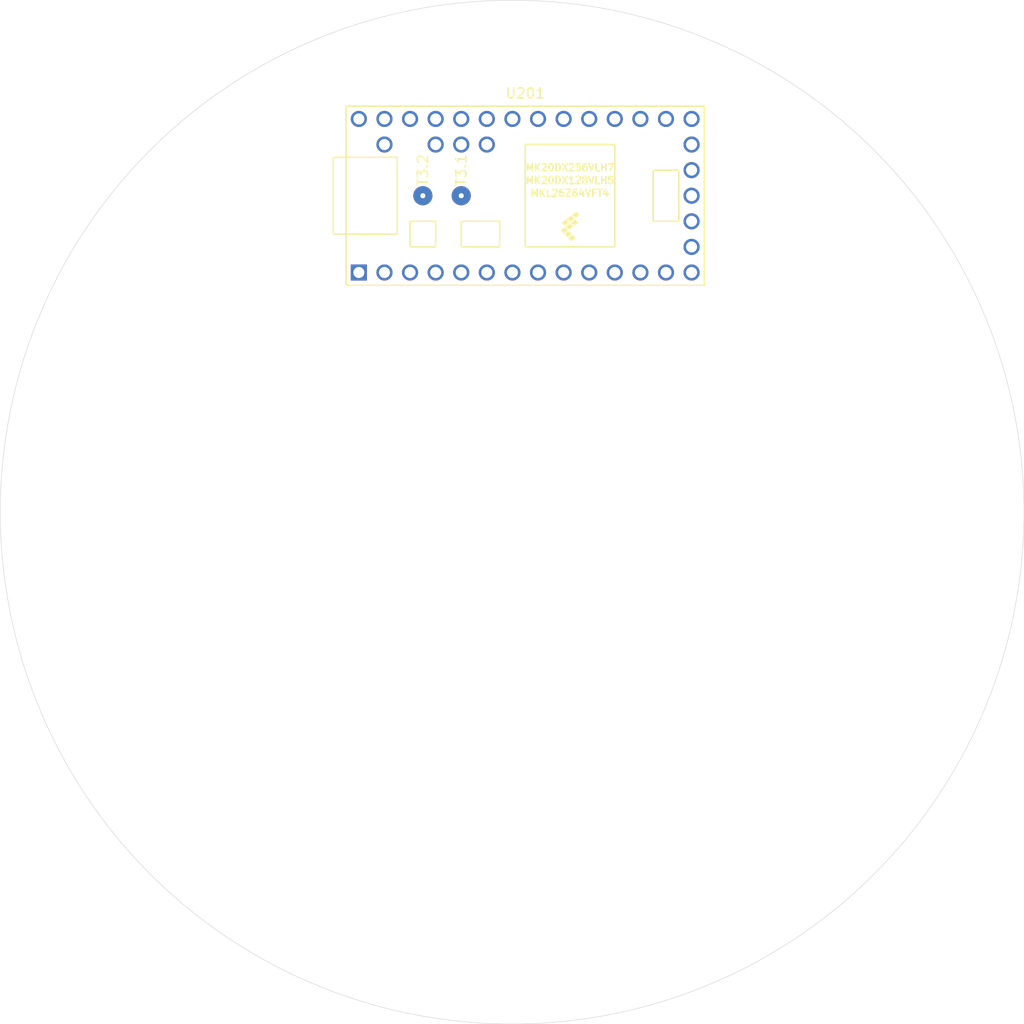
<source format=kicad_pcb>
(kicad_pcb (version 20171130) (host pcbnew "(5.1.9)-1")

  (general
    (thickness 1.6)
    (drawings 1)
    (tracks 0)
    (zones 0)
    (modules 1)
    (nets 37)
  )

  (page A4)
  (layers
    (0 F.Cu signal)
    (31 B.Cu signal)
    (32 B.Adhes user)
    (33 F.Adhes user)
    (34 B.Paste user)
    (35 F.Paste user)
    (36 B.SilkS user)
    (37 F.SilkS user)
    (38 B.Mask user)
    (39 F.Mask user)
    (40 Dwgs.User user)
    (41 Cmts.User user)
    (42 Eco1.User user)
    (43 Eco2.User user)
    (44 Edge.Cuts user)
    (45 Margin user)
    (46 B.CrtYd user)
    (47 F.CrtYd user)
    (48 B.Fab user)
    (49 F.Fab user)
  )

  (setup
    (last_trace_width 0.25)
    (trace_clearance 0.2)
    (zone_clearance 0.508)
    (zone_45_only no)
    (trace_min 0.2)
    (via_size 0.8)
    (via_drill 0.4)
    (via_min_size 0.4)
    (via_min_drill 0.3)
    (uvia_size 0.3)
    (uvia_drill 0.1)
    (uvias_allowed no)
    (uvia_min_size 0.2)
    (uvia_min_drill 0.1)
    (edge_width 0.05)
    (segment_width 0.2)
    (pcb_text_width 0.3)
    (pcb_text_size 1.5 1.5)
    (mod_edge_width 0.12)
    (mod_text_size 1 1)
    (mod_text_width 0.15)
    (pad_size 1.524 1.524)
    (pad_drill 0.762)
    (pad_to_mask_clearance 0)
    (aux_axis_origin 0 0)
    (visible_elements FFFFFF7F)
    (pcbplotparams
      (layerselection 0x010fc_ffffffff)
      (usegerberextensions false)
      (usegerberattributes true)
      (usegerberadvancedattributes true)
      (creategerberjobfile true)
      (excludeedgelayer true)
      (linewidth 0.100000)
      (plotframeref false)
      (viasonmask false)
      (mode 1)
      (useauxorigin false)
      (hpglpennumber 1)
      (hpglpenspeed 20)
      (hpglpendiameter 15.000000)
      (psnegative false)
      (psa4output false)
      (plotreference true)
      (plotvalue true)
      (plotinvisibletext false)
      (padsonsilk false)
      (subtractmaskfromsilk false)
      (outputformat 1)
      (mirror false)
      (drillshape 1)
      (scaleselection 1)
      (outputdirectory ""))
  )

  (net 0 "")
  (net 1 "Net-(U201-Pad52)")
  (net 2 GND)
  (net 3 "Net-(U201-Pad2)")
  (net 4 "Net-(U201-Pad3)")
  (net 5 "Net-(U201-Pad4)")
  (net 6 "Net-(U201-Pad5)")
  (net 7 "Net-(U201-Pad6)")
  (net 8 "Net-(U201-Pad7)")
  (net 9 "Net-(U201-Pad8)")
  (net 10 "Net-(U201-Pad9)")
  (net 11 "Net-(U201-Pad10)")
  (net 12 "Net-(U201-Pad11)")
  (net 13 "Net-(U201-Pad12)")
  (net 14 "Net-(U201-Pad13)")
  (net 15 "Net-(U201-Pad37)")
  (net 16 "Net-(U201-Pad36)")
  (net 17 "Net-(U201-Pad35)")
  (net 18 "Net-(U201-Pad34)")
  (net 19 "Net-(U201-Pad33)")
  (net 20 "Net-(U201-Pad31)")
  (net 21 "Net-(U201-Pad30)")
  (net 22 "Net-(U201-Pad29)")
  (net 23 "Net-(U201-Pad28)")
  (net 24 "Net-(U201-Pad27)")
  (net 25 "Net-(U201-Pad26)")
  (net 26 "Net-(U201-Pad25)")
  (net 27 "Net-(U201-Pad24)")
  (net 28 "Net-(U201-Pad23)")
  (net 29 "Net-(U201-Pad22)")
  (net 30 "Net-(U201-Pad21)")
  (net 31 "Net-(U201-Pad14)")
  (net 32 "Net-(U201-Pad15)")
  (net 33 "Net-(U201-Pad16)")
  (net 34 "Net-(U201-Pad20)")
  (net 35 "Net-(U201-Pad19)")
  (net 36 "Net-(U201-Pad18)")

  (net_class Default "This is the default net class."
    (clearance 0.2)
    (trace_width 0.25)
    (via_dia 0.8)
    (via_drill 0.4)
    (uvia_dia 0.3)
    (uvia_drill 0.1)
    (add_net GND)
    (add_net "Net-(U201-Pad10)")
    (add_net "Net-(U201-Pad11)")
    (add_net "Net-(U201-Pad12)")
    (add_net "Net-(U201-Pad13)")
    (add_net "Net-(U201-Pad14)")
    (add_net "Net-(U201-Pad15)")
    (add_net "Net-(U201-Pad16)")
    (add_net "Net-(U201-Pad18)")
    (add_net "Net-(U201-Pad19)")
    (add_net "Net-(U201-Pad2)")
    (add_net "Net-(U201-Pad20)")
    (add_net "Net-(U201-Pad21)")
    (add_net "Net-(U201-Pad22)")
    (add_net "Net-(U201-Pad23)")
    (add_net "Net-(U201-Pad24)")
    (add_net "Net-(U201-Pad25)")
    (add_net "Net-(U201-Pad26)")
    (add_net "Net-(U201-Pad27)")
    (add_net "Net-(U201-Pad28)")
    (add_net "Net-(U201-Pad29)")
    (add_net "Net-(U201-Pad3)")
    (add_net "Net-(U201-Pad30)")
    (add_net "Net-(U201-Pad31)")
    (add_net "Net-(U201-Pad33)")
    (add_net "Net-(U201-Pad34)")
    (add_net "Net-(U201-Pad35)")
    (add_net "Net-(U201-Pad36)")
    (add_net "Net-(U201-Pad37)")
    (add_net "Net-(U201-Pad4)")
    (add_net "Net-(U201-Pad5)")
    (add_net "Net-(U201-Pad52)")
    (add_net "Net-(U201-Pad6)")
    (add_net "Net-(U201-Pad7)")
    (add_net "Net-(U201-Pad8)")
    (add_net "Net-(U201-Pad9)")
  )

  (module teensy:Teensy30_31_32_LC (layer F.Cu) (tedit 5D5216D8) (tstamp 60565511)
    (at 163.5 61.4)
    (path /60567821/60567931)
    (fp_text reference U201 (at 0 -10.16) (layer F.SilkS)
      (effects (font (size 1 1) (thickness 0.15)))
    )
    (fp_text value Teensy3.2 (at 0 10.16) (layer F.Fab)
      (effects (font (size 1 1) (thickness 0.15)))
    )
    (fp_text user MK20DX128VLH5 (at 4.445 -1.524) (layer F.SilkS)
      (effects (font (size 0.7 0.7) (thickness 0.15)))
    )
    (fp_text user MKL26Z64VFT4 (at 4.445 -0.254) (layer F.SilkS)
      (effects (font (size 0.7 0.7) (thickness 0.15)))
    )
    (fp_text user MK20DX256VLH7 (at 4.445 -2.794) (layer F.SilkS)
      (effects (font (size 0.7 0.7) (thickness 0.15)))
    )
    (fp_text user T3.1 (at -6.35 -2.54 90) (layer F.SilkS)
      (effects (font (size 1 1) (thickness 0.15)))
    )
    (fp_text user T3.2 (at -10.16 -2.54 90) (layer F.SilkS)
      (effects (font (size 1 1) (thickness 0.15)))
    )
    (fp_line (start -17.78 3.81) (end -19.05 3.81) (layer F.SilkS) (width 0.15))
    (fp_line (start -19.05 3.81) (end -19.05 -3.81) (layer F.SilkS) (width 0.15))
    (fp_line (start -19.05 -3.81) (end -17.78 -3.81) (layer F.SilkS) (width 0.15))
    (fp_line (start -6.35 5.08) (end -2.54 5.08) (layer F.SilkS) (width 0.15))
    (fp_line (start -2.54 5.08) (end -2.54 2.54) (layer F.SilkS) (width 0.15))
    (fp_line (start -2.54 2.54) (end -6.35 2.54) (layer F.SilkS) (width 0.15))
    (fp_line (start -6.35 2.54) (end -6.35 5.08) (layer F.SilkS) (width 0.15))
    (fp_line (start -12.7 3.81) (end -12.7 -3.81) (layer F.SilkS) (width 0.15))
    (fp_line (start -12.7 -3.81) (end -17.78 -3.81) (layer F.SilkS) (width 0.15))
    (fp_line (start -12.7 3.81) (end -17.78 3.81) (layer F.SilkS) (width 0.15))
    (fp_line (start -11.43 5.08) (end -8.89 5.08) (layer F.SilkS) (width 0.15))
    (fp_line (start -8.89 5.08) (end -8.89 2.54) (layer F.SilkS) (width 0.15))
    (fp_line (start -8.89 2.54) (end -11.43 2.54) (layer F.SilkS) (width 0.15))
    (fp_line (start -11.43 2.54) (end -11.43 5.08) (layer F.SilkS) (width 0.15))
    (fp_line (start 15.24 -2.54) (end 15.24 2.54) (layer F.SilkS) (width 0.15))
    (fp_line (start 15.24 2.54) (end 12.7 2.54) (layer F.SilkS) (width 0.15))
    (fp_line (start 12.7 2.54) (end 12.7 -2.54) (layer F.SilkS) (width 0.15))
    (fp_line (start 12.7 -2.54) (end 15.24 -2.54) (layer F.SilkS) (width 0.15))
    (fp_line (start 8.89 5.08) (end 8.89 -5.08) (layer F.SilkS) (width 0.15))
    (fp_line (start 0 -5.08) (end 0 5.08) (layer F.SilkS) (width 0.15))
    (fp_line (start 8.89 -5.08) (end 0 -5.08) (layer F.SilkS) (width 0.15))
    (fp_line (start 8.89 5.08) (end 0 5.08) (layer F.SilkS) (width 0.15))
    (fp_line (start -17.78 -8.89) (end 17.78 -8.89) (layer F.SilkS) (width 0.15))
    (fp_line (start 17.78 -8.89) (end 17.78 8.89) (layer F.SilkS) (width 0.15))
    (fp_line (start 17.78 8.89) (end -17.78 8.89) (layer F.SilkS) (width 0.15))
    (fp_line (start -17.78 8.89) (end -17.78 -8.89) (layer F.SilkS) (width 0.15))
    (fp_poly (pts (xy 3.937 2.921) (xy 3.683 2.667) (xy 4.064 2.413) (xy 4.318 2.667)) (layer F.SilkS) (width 0.1))
    (fp_poly (pts (xy 4.318 3.302) (xy 4.064 3.048) (xy 4.445 2.794) (xy 4.699 3.048)) (layer F.SilkS) (width 0.1))
    (fp_poly (pts (xy 4.953 2.159) (xy 4.699 1.905) (xy 5.08 1.651) (xy 5.334 1.905)) (layer F.SilkS) (width 0.1))
    (fp_poly (pts (xy 4.191 4.064) (xy 3.937 3.81) (xy 4.318 3.556) (xy 4.572 3.81)) (layer F.SilkS) (width 0.1))
    (fp_poly (pts (xy 4.445 2.54) (xy 4.191 2.286) (xy 4.572 2.032) (xy 4.826 2.286)) (layer F.SilkS) (width 0.1))
    (fp_poly (pts (xy 4.572 4.445) (xy 4.318 4.191) (xy 4.699 3.937) (xy 4.953 4.191)) (layer F.SilkS) (width 0.1))
    (fp_poly (pts (xy 3.81 3.683) (xy 3.556 3.429) (xy 3.937 3.175) (xy 4.191 3.429)) (layer F.SilkS) (width 0.1))
    (fp_poly (pts (xy 4.826 2.921) (xy 4.572 2.667) (xy 4.953 2.413) (xy 5.207 2.667)) (layer F.SilkS) (width 0.1))
    (pad 52 thru_hole circle (at -10.16 0) (size 1.9 1.9) (drill 0.5) (layers *.Cu *.Mask)
      (net 1 "Net-(U201-Pad52)"))
    (pad 52 thru_hole circle (at -6.35 0) (size 1.9 1.9) (drill 0.5) (layers *.Cu *.Mask)
      (net 1 "Net-(U201-Pad52)"))
    (pad 1 thru_hole rect (at -16.51 7.62) (size 1.6 1.6) (drill 1.1) (layers *.Cu *.Mask)
      (net 2 GND))
    (pad 2 thru_hole circle (at -13.97 7.62) (size 1.6 1.6) (drill 1.1) (layers *.Cu *.Mask)
      (net 3 "Net-(U201-Pad2)"))
    (pad 3 thru_hole circle (at -11.43 7.62) (size 1.6 1.6) (drill 1.1) (layers *.Cu *.Mask)
      (net 4 "Net-(U201-Pad3)"))
    (pad 4 thru_hole circle (at -8.89 7.62) (size 1.6 1.6) (drill 1.1) (layers *.Cu *.Mask)
      (net 5 "Net-(U201-Pad4)"))
    (pad 5 thru_hole circle (at -6.35 7.62) (size 1.6 1.6) (drill 1.1) (layers *.Cu *.Mask)
      (net 6 "Net-(U201-Pad5)"))
    (pad 6 thru_hole circle (at -3.81 7.62) (size 1.6 1.6) (drill 1.1) (layers *.Cu *.Mask)
      (net 7 "Net-(U201-Pad6)"))
    (pad 7 thru_hole circle (at -1.27 7.62) (size 1.6 1.6) (drill 1.1) (layers *.Cu *.Mask)
      (net 8 "Net-(U201-Pad7)"))
    (pad 8 thru_hole circle (at 1.27 7.62) (size 1.6 1.6) (drill 1.1) (layers *.Cu *.Mask)
      (net 9 "Net-(U201-Pad8)"))
    (pad 9 thru_hole circle (at 3.81 7.62) (size 1.6 1.6) (drill 1.1) (layers *.Cu *.Mask)
      (net 10 "Net-(U201-Pad9)"))
    (pad 10 thru_hole circle (at 6.35 7.62) (size 1.6 1.6) (drill 1.1) (layers *.Cu *.Mask)
      (net 11 "Net-(U201-Pad10)"))
    (pad 11 thru_hole circle (at 8.89 7.62) (size 1.6 1.6) (drill 1.1) (layers *.Cu *.Mask)
      (net 12 "Net-(U201-Pad11)"))
    (pad 12 thru_hole circle (at 11.43 7.62) (size 1.6 1.6) (drill 1.1) (layers *.Cu *.Mask)
      (net 13 "Net-(U201-Pad12)"))
    (pad 13 thru_hole circle (at 13.97 7.62) (size 1.6 1.6) (drill 1.1) (layers *.Cu *.Mask)
      (net 14 "Net-(U201-Pad13)"))
    (pad 37 thru_hole circle (at -3.81 -5.08) (size 1.6 1.6) (drill 1.1) (layers *.Cu *.Mask)
      (net 15 "Net-(U201-Pad37)"))
    (pad 36 thru_hole circle (at -6.35 -5.08) (size 1.6 1.6) (drill 1.1) (layers *.Cu *.Mask)
      (net 16 "Net-(U201-Pad36)"))
    (pad 35 thru_hole circle (at -8.89 -5.08) (size 1.6 1.6) (drill 1.1) (layers *.Cu *.Mask)
      (net 17 "Net-(U201-Pad35)"))
    (pad 34 thru_hole circle (at -13.97 -5.08) (size 1.6 1.6) (drill 1.1) (layers *.Cu *.Mask)
      (net 18 "Net-(U201-Pad34)"))
    (pad 33 thru_hole circle (at -16.51 -7.62) (size 1.6 1.6) (drill 1.1) (layers *.Cu *.Mask)
      (net 19 "Net-(U201-Pad33)"))
    (pad 32 thru_hole circle (at -13.97 -7.62) (size 1.6 1.6) (drill 1.1) (layers *.Cu *.Mask)
      (net 2 GND))
    (pad 31 thru_hole circle (at -11.43 -7.62) (size 1.6 1.6) (drill 1.1) (layers *.Cu *.Mask)
      (net 20 "Net-(U201-Pad31)"))
    (pad 30 thru_hole circle (at -8.89 -7.62) (size 1.6 1.6) (drill 1.1) (layers *.Cu *.Mask)
      (net 21 "Net-(U201-Pad30)"))
    (pad 29 thru_hole circle (at -6.35 -7.62) (size 1.6 1.6) (drill 1.1) (layers *.Cu *.Mask)
      (net 22 "Net-(U201-Pad29)"))
    (pad 28 thru_hole circle (at -3.81 -7.62) (size 1.6 1.6) (drill 1.1) (layers *.Cu *.Mask)
      (net 23 "Net-(U201-Pad28)"))
    (pad 27 thru_hole circle (at -1.27 -7.62) (size 1.6 1.6) (drill 1.1) (layers *.Cu *.Mask)
      (net 24 "Net-(U201-Pad27)"))
    (pad 26 thru_hole circle (at 1.27 -7.62) (size 1.6 1.6) (drill 1.1) (layers *.Cu *.Mask)
      (net 25 "Net-(U201-Pad26)"))
    (pad 25 thru_hole circle (at 3.81 -7.62) (size 1.6 1.6) (drill 1.1) (layers *.Cu *.Mask)
      (net 26 "Net-(U201-Pad25)"))
    (pad 24 thru_hole circle (at 6.35 -7.62) (size 1.6 1.6) (drill 1.1) (layers *.Cu *.Mask)
      (net 27 "Net-(U201-Pad24)"))
    (pad 23 thru_hole circle (at 8.89 -7.62) (size 1.6 1.6) (drill 1.1) (layers *.Cu *.Mask)
      (net 28 "Net-(U201-Pad23)"))
    (pad 22 thru_hole circle (at 11.43 -7.62) (size 1.6 1.6) (drill 1.1) (layers *.Cu *.Mask)
      (net 29 "Net-(U201-Pad22)"))
    (pad 21 thru_hole circle (at 13.97 -7.62) (size 1.6 1.6) (drill 1.1) (layers *.Cu *.Mask)
      (net 30 "Net-(U201-Pad21)"))
    (pad 14 thru_hole circle (at 16.51 7.62) (size 1.6 1.6) (drill 1.1) (layers *.Cu *.Mask)
      (net 31 "Net-(U201-Pad14)"))
    (pad 15 thru_hole circle (at 16.51 5.08) (size 1.6 1.6) (drill 1.1) (layers *.Cu *.Mask)
      (net 32 "Net-(U201-Pad15)"))
    (pad 16 thru_hole circle (at 16.51 2.54) (size 1.6 1.6) (drill 1.1) (layers *.Cu *.Mask)
      (net 33 "Net-(U201-Pad16)"))
    (pad 20 thru_hole circle (at 16.51 -7.62) (size 1.6 1.6) (drill 1.1) (layers *.Cu *.Mask)
      (net 34 "Net-(U201-Pad20)"))
    (pad 19 thru_hole circle (at 16.51 -5.08) (size 1.6 1.6) (drill 1.1) (layers *.Cu *.Mask)
      (net 35 "Net-(U201-Pad19)"))
    (pad 18 thru_hole circle (at 16.51 -2.54) (size 1.6 1.6) (drill 1.1) (layers *.Cu *.Mask)
      (net 36 "Net-(U201-Pad18)"))
    (pad 17 thru_hole circle (at 16.51 0) (size 1.6 1.6) (drill 1.1) (layers *.Cu *.Mask)
      (net 2 GND))
  )

  (gr_circle (center 162.2 92.8) (end 213 92.8) (layer Edge.Cuts) (width 0.05))

)

</source>
